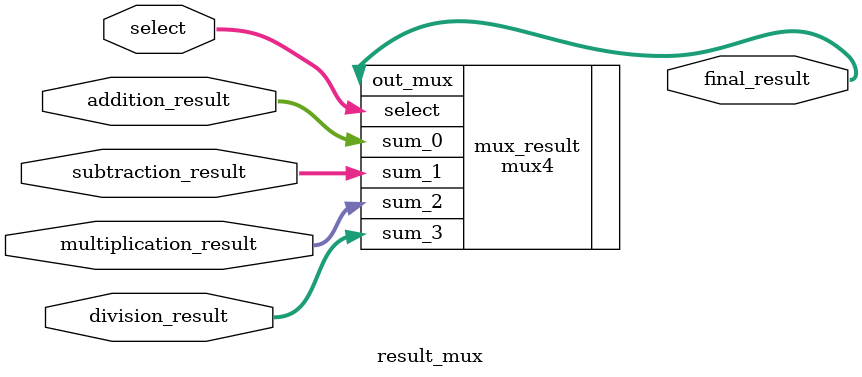
<source format=v>
module result_mux (
  input signed [255:0] division_result,
  input signed [255:0] multiplication_result,
  input signed [255:0] addition_result,
  input signed [255:0] subtraction_result,
  input [1:0] select,
  output signed [255:0] final_result
  );



mux4 mux_result( 
	.sum_0(addition_result), 
	.sum_1(subtraction_result), 
	.sum_2(multiplication_result),
	.sum_3(division_result),
	.select(select), 
	.out_mux(final_result)
);


endmodule
</source>
